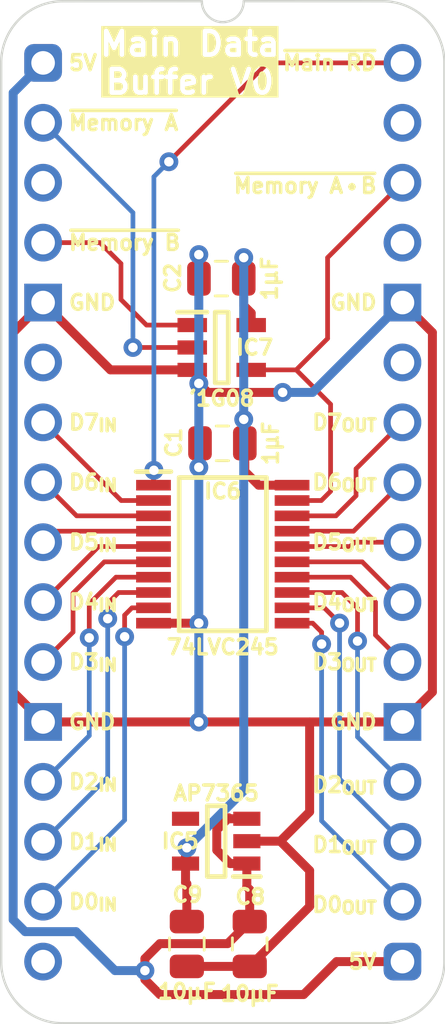
<source format=kicad_pcb>
(kicad_pcb (version 20241229) (generator "pcbnew") (generator_version "9.0")
  (title_block (title "Main Memory Data") (date "2024-02-15") (rev "V0"))
  (layers (0 "F.Cu" signal) (2 "B.Cu" signal) (13 "F.Paste" user) (15 "B.Paste" user) (5 "F.SilkS" user "F.Silkscreen") (7 "B.SilkS" user "B.Silkscreen") (1 "F.Mask" user) (3 "B.Mask" user) (25 "Edge.Cuts" user))
  (net 0 "")
  (net 1 "GND")
  (net 2 "5V")
  (net 3 "/3.3V")
  (net 5 "DS4")
  (net 6 "DM6")
  (net 7 "DS7")
  (net 8 "DS5")
  (net 9 "DM0")
  (net 10 "DS1")
  (net 11 "DS0")
  (net 12 "DM3")
  (net 13 "DM1")
  (net 14 "DM5")
  (net 15 "DM4")
  (net 16 "DS3")
  (net 17 "DM7")
  (net 18 "DM2")
  (net 19 "DS2")
  (net 20 "DS6")
  (net 21 "~{Memory A•B}")
  (net 26 "~{Memory A}")
  (net 27 "~{Memory B}")
  (net 30 "~{Main RD}")
  (footprint "SamacSys_Parts:C_0805" (layer "F.Cu") (at 7.62 16.129 90)
    (property "Reference" "C1" (at 0.027 -2.075 90) (layer "F.SilkS") (effects (font (size 0.635 0.635))))
    (property "Value" "1μF" (at 0 2.032 90) (layer "F.SilkS") (effects (font (size 0.635 0.635))))
    (fp_line (start 0.735 0.245252) (end 0.735 -0.277252) (stroke (width 0.12)) (layer "F.SilkS"))
    (fp_line (start -0.735 0.245252) (end -0.735 -0.277252) (stroke (width 0.12)) (layer "F.SilkS"))
    (pad "1" smd roundrect (at 0 0.934 180) (size 1 1.45) (layers "F.Cu" "F.Mask" "F.Paste") (net 3 "/3.3V"))
    (pad "2" smd roundrect (at 0 -0.966 180) (size 1 1.45) (layers "F.Cu" "F.Mask" "F.Paste") (net 1 "GND"))
  )
  (footprint "SamacSys_Parts:C_0805" (layer "F.Cu") (at 8.763 37.338 180)
    (property "Reference" "C8" (at -0.027 1.985 180) (layer "F.SilkS") (effects (font (size 0.635 0.635))))
    (property "Value" "10µF" (at 0 -2.122 180) (layer "F.SilkS") (effects (font (size 0.635 0.635))))
    (fp_line (start 0.735 0.245252) (end 0.735 -0.277252) (stroke (width 0.12)) (layer "F.SilkS"))
    (fp_line (start -0.735 0.245252) (end -0.735 -0.277252) (stroke (width 0.12)) (layer "F.SilkS"))
    (pad "1" smd roundrect (at 0 0.934 270) (size 1 1.45) (layers "F.Cu" "F.Mask" "F.Paste") (net 2 "5V"))
    (pad "2" smd roundrect (at 0 -0.966 270) (size 1 1.45) (layers "F.Cu" "F.Mask" "F.Paste") (net 1 "GND"))
  )
  (footprint "SamacSys_Parts:DIP-32_Board_W15.24mm" (layer "F.Cu") (at 0 0)
    (property "Reference" "J5" (hide yes))
    (property "Value" "Board 2x16 W15.24mm" (hide yes))
    (fp_line (start -1.778 38.1) (end -1.778 0) (stroke (width 0.1)) (layer "Edge.Cuts"))
    (fp_line (start 6.731 -2.6162) (end 0.835732 -2.613732) (stroke (width 0.1)) (layer "Edge.Cuts"))
    (fp_line (start 14.404267 -2.613733) (end 8.509 -2.6162) (stroke (width 0.1)) (layer "Edge.Cuts"))
    (fp_line (start 14.404268 40.713732) (end 0.835733 40.713733) (stroke (width 0.1)) (layer "Edge.Cuts"))
    (fp_line (start 17.018 38.1) (end 17.017999 -0.000001) (stroke (width 0.1)) (layer "Edge.Cuts"))
    (fp_arc (start -1.778 0) (mid -1.012456 -1.848188) (end 0.835732 -2.613732) (stroke (width 0.1)) (layer "Edge.Cuts"))
    (fp_arc (start 0.835733 40.713733) (mid -1.012456 39.948189) (end -1.778 38.1) (stroke (width 0.1)) (layer "Edge.Cuts"))
    (fp_arc (start 8.509 -2.6162) (mid 7.62 -1.7272) (end 6.731 -2.6162) (stroke (width 0.1)) (layer "Edge.Cuts"))
    (fp_arc (start 14.404267 -2.613733) (mid 16.252455 -1.848189) (end 17.017999 -0.000001) (stroke (width 0.1)) (layer "Edge.Cuts"))
    (fp_arc (start 17.018 38.1) (mid 16.252455 39.948187) (end 14.404268 40.713732) (stroke (width 0.1)) (layer "Edge.Cuts"))
    (pad "1" thru_hole roundrect (at 0 0) (size 1.6 1.6) (drill 1) (layers "*.Cu" "*.Mask") (net 2 "5V"))
    (pad "2" thru_hole oval (at 0 2.54) (size 1.6 1.6) (drill 1) (layers "*.Cu" "*.Mask") (net 26 "~{Memory A}"))
    (pad "3" thru_hole oval (at 0 5.08) (size 1.6 1.6) (drill 1) (layers "*.Cu" "*.Mask"))
    (pad "4" thru_hole oval (at 0 7.62) (size 1.6 1.6) (drill 1) (layers "*.Cu" "*.Mask") (net 27 "~{Memory B}"))
    (pad "5" thru_hole rect (at 0 10.16) (size 1.6 1.6) (drill 1) (layers "*.Cu" "*.Mask") (net 1 "GND"))
    (pad "6" thru_hole oval (at 0 12.7) (size 1.6 1.6) (drill 1) (layers "*.Cu" "*.Mask"))
    (pad "7" thru_hole oval (at 0 15.24) (size 1.6 1.6) (drill 1) (layers "*.Cu" "*.Mask") (net 17 "DM7"))
    (pad "8" thru_hole oval (at 0 17.78) (size 1.6 1.6) (drill 1) (layers "*.Cu" "*.Mask") (net 6 "DM6"))
    (pad "9" thru_hole oval (at 0 20.32) (size 1.6 1.6) (drill 1) (layers "*.Cu" "*.Mask") (net 14 "DM5"))
    (pad "10" thru_hole oval (at 0 22.86) (size 1.6 1.6) (drill 1) (layers "*.Cu" "*.Mask") (net 15 "DM4"))
    (pad "11" thru_hole oval (at 0 25.4) (size 1.6 1.6) (drill 1) (layers "*.Cu" "*.Mask") (net 12 "DM3"))
    (pad "12" thru_hole rect (at 0 27.94) (size 1.6 1.6) (drill 1) (layers "*.Cu" "*.Mask") (net 1 "GND"))
    (pad "13" thru_hole oval (at 0 30.48) (size 1.6 1.6) (drill 1) (layers "*.Cu" "*.Mask") (net 18 "DM2"))
    (pad "14" thru_hole oval (at 0 33.02) (size 1.6 1.6) (drill 1) (layers "*.Cu" "*.Mask") (net 13 "DM1"))
    (pad "15" thru_hole oval (at 0 35.56) (size 1.6 1.6) (drill 1) (layers "*.Cu" "*.Mask") (net 9 "DM0"))
    (pad "16" thru_hole oval (at 0 38.1) (size 1.6 1.6) (drill 1) (layers "*.Cu" "*.Mask"))
    (pad "17" thru_hole roundrect (at 15.24 38.1) (size 1.6 1.6) (drill 1) (layers "*.Cu" "*.Mask") (net 2 "5V"))
    (pad "18" thru_hole oval (at 15.24 35.56 180) (size 1.6 1.6) (drill 1) (layers "*.Cu" "*.Mask") (net 11 "DS0"))
    (pad "19" thru_hole oval (at 15.24 33.02 180) (size 1.6 1.6) (drill 1) (layers "*.Cu" "*.Mask") (net 10 "DS1"))
    (pad "20" thru_hole oval (at 15.24 30.48 180) (size 1.6 1.6) (drill 1) (layers "*.Cu" "*.Mask") (net 19 "DS2"))
    (pad "21" thru_hole rect (at 15.24 27.94) (size 1.6 1.6) (drill 1) (layers "*.Cu" "*.Mask") (net 1 "GND"))
    (pad "22" thru_hole oval (at 15.24 25.4) (size 1.6 1.6) (drill 1) (layers "*.Cu" "*.Mask") (net 16 "DS3"))
    (pad "23" thru_hole oval (at 15.24 22.86) (size 1.6 1.6) (drill 1) (layers "*.Cu" "*.Mask") (net 5 "DS4"))
    (pad "24" thru_hole oval (at 15.24 20.32) (size 1.6 1.6) (drill 1) (layers "*.Cu" "*.Mask") (net 8 "DS5"))
    (pad "25" thru_hole oval (at 15.24 17.78) (size 1.6 1.6) (drill 1) (layers "*.Cu" "*.Mask") (net 20 "DS6"))
    (pad "26" thru_hole oval (at 15.24 15.24) (size 1.6 1.6) (drill 1) (layers "*.Cu" "*.Mask") (net 7 "DS7"))
    (pad "27" thru_hole oval (at 15.24 12.7) (size 1.6 1.6) (drill 1) (layers "*.Cu" "*.Mask"))
    (pad "28" thru_hole rect (at 15.24 10.16) (size 1.6 1.6) (drill 1) (layers "*.Cu" "*.Mask") (net 1 "GND"))
    (pad "29" thru_hole oval (at 15.24 7.62) (size 1.6 1.6) (drill 1) (layers "*.Cu" "*.Mask"))
    (pad "30" thru_hole oval (at 15.24 5.08) (size 1.6 1.6) (drill 1) (layers "*.Cu" "*.Mask") (net 21 "~{Memory A•B}"))
    (pad "31" thru_hole oval (at 15.24 2.54) (size 1.6 1.6) (drill 1) (layers "*.Cu" "*.Mask"))
    (pad "32" thru_hole oval (at 15.24 0) (size 1.6 1.6) (drill 1) (layers "*.Cu" "*.Mask") (net 30 "~{Main RD}"))
  )
  (footprint "SamacSys_Parts:SOP65P640X120-20N" (layer "F.Cu") (at 7.62 20.828)
    (property "Reference" "IC6" (at 0 -2.667 0) (layer "F.SilkS") (effects (font (size 0.635 0.635))))
    (property "Value" "74LVC245AT20" (hide yes))
    (property "Silkscreen" "74LVC245" (at 0 3.937 0) (layer "F.SilkS") (effects (font (size 0.635 0.635))))
    (fp_line (start -3.675 -3.5) (end -2.2 -3.5) (stroke (width 0.2)) (layer "F.SilkS"))
    (fp_line (start -1.85 -3.25) (end 1.85 -3.25) (stroke (width 0.2)) (layer "F.SilkS"))
    (fp_line (start -1.85 3.25) (end -1.85 -3.25) (stroke (width 0.2)) (layer "F.SilkS"))
    (fp_line (start 1.85 -3.25) (end 1.85 3.25) (stroke (width 0.2)) (layer "F.SilkS"))
    (fp_line (start 1.85 3.25) (end -1.85 3.25) (stroke (width 0.2)) (layer "F.SilkS"))
    (pad "1" smd rect (at -2.938 -2.925 90) (size 0.45 1.475) (layers "F.Cu" "F.Mask" "F.Paste") (net 30 "~{Main RD}"))
    (pad "2" smd rect (at -2.938 -2.275 90) (size 0.45 1.475) (layers "F.Cu" "F.Mask" "F.Paste") (net 17 "DM7"))
    (pad "3" smd rect (at -2.938 -1.625 90) (size 0.45 1.475) (layers "F.Cu" "F.Mask" "F.Paste") (net 6 "DM6"))
    (pad "4" smd rect (at -2.938 -0.975 90) (size 0.45 1.475) (layers "F.Cu" "F.Mask" "F.Paste") (net 14 "DM5"))
    (pad "5" smd rect (at -2.938 -0.325 90) (size 0.45 1.475) (layers "F.Cu" "F.Mask" "F.Paste") (net 15 "DM4"))
    (pad "6" smd rect (at -2.938 0.325 90) (size 0.45 1.475) (layers "F.Cu" "F.Mask" "F.Paste") (net 12 "DM3"))
    (pad "7" smd rect (at -2.938 0.975 90) (size 0.45 1.475) (layers "F.Cu" "F.Mask" "F.Paste") (net 18 "DM2"))
    (pad "8" smd rect (at -2.938 1.625 90) (size 0.45 1.475) (layers "F.Cu" "F.Mask" "F.Paste") (net 13 "DM1"))
    (pad "9" smd rect (at -2.938 2.275 90) (size 0.45 1.475) (layers "F.Cu" "F.Mask" "F.Paste") (net 9 "DM0"))
    (pad "10" smd rect (at -2.938 2.925 90) (size 0.45 1.475) (layers "F.Cu" "F.Mask" "F.Paste") (net 1 "GND"))
    (pad "11" smd rect (at 2.938 2.925 90) (size 0.45 1.475) (layers "F.Cu" "F.Mask" "F.Paste") (net 11 "DS0"))
    (pad "12" smd rect (at 2.938 2.275 90) (size 0.45 1.475) (layers "F.Cu" "F.Mask" "F.Paste") (net 10 "DS1"))
    (pad "13" smd rect (at 2.938 1.625 90) (size 0.45 1.475) (layers "F.Cu" "F.Mask" "F.Paste") (net 19 "DS2"))
    (pad "14" smd rect (at 2.938 0.975 90) (size 0.45 1.475) (layers "F.Cu" "F.Mask" "F.Paste") (net 16 "DS3"))
    (pad "15" smd rect (at 2.938 0.325 90) (size 0.45 1.475) (layers "F.Cu" "F.Mask" "F.Paste") (net 5 "DS4"))
    (pad "16" smd rect (at 2.938 -0.325 90) (size 0.45 1.475) (layers "F.Cu" "F.Mask" "F.Paste") (net 8 "DS5"))
    (pad "17" smd rect (at 2.938 -0.975 90) (size 0.45 1.475) (layers "F.Cu" "F.Mask" "F.Paste") (net 20 "DS6"))
    (pad "18" smd rect (at 2.938 -1.625 90) (size 0.45 1.475) (layers "F.Cu" "F.Mask" "F.Paste") (net 7 "DS7"))
    (pad "19" smd rect (at 2.938 -2.275 90) (size 0.45 1.475) (layers "F.Cu" "F.Mask" "F.Paste") (net 21 "~{Memory A•B}"))
    (pad "20" smd rect (at 2.938 -2.925 90) (size 0.45 1.475) (layers "F.Cu" "F.Mask" "F.Paste") (net 3 "/3.3V"))
  )
  (footprint "SamacSys_Parts:C_0805" (layer "F.Cu") (at 6.096 37.338 180)
    (property "Reference" "C9" (at -0.027 2.075 180) (layer "F.SilkS") (effects (font (size 0.635 0.635))))
    (property "Value" "10µF" (at 0 -2.032 0) (layer "F.SilkS") (effects (font (size 0.635 0.635))))
    (fp_line (start 0.735 0.245252) (end 0.735 -0.277252) (stroke (width 0.12)) (layer "F.SilkS"))
    (fp_line (start -0.735 0.245252) (end -0.735 -0.277252) (stroke (width 0.12)) (layer "F.SilkS"))
    (pad "1" smd roundrect (at 0 0.934 270) (size 1 1.45) (layers "F.Cu" "F.Mask" "F.Paste") (net 3 "/3.3V"))
    (pad "2" smd roundrect (at 0 -0.966 270) (size 1 1.45) (layers "F.Cu" "F.Mask" "F.Paste") (net 1 "GND"))
  )
  (footprint "SamacSys_Parts:SOT95P285X130-5N" (layer "F.Cu") (at 7.3406 32.9946 180)
    (property "Reference" "IC5" (at 1.524 0 180) (layer "F.SilkS") (effects (font (size 0.635 0.635))))
    (property "Value" "AP7365-33WG-7" (hide yes))
    (fp_line (start 0.375 1.5) (end -0.375 1.5) (stroke (width 0.2)) (layer "F.SilkS"))
    (fp_line (start 0.375 -1.5) (end 0.375 1.5) (stroke (width 0.2)) (layer "F.SilkS"))
    (fp_line (start -0.375 1.5) (end -0.375 -1.5) (stroke (width 0.2)) (layer "F.SilkS"))
    (fp_line (start -0.375 -1.5) (end 0.375 -1.5) (stroke (width 0.2)) (layer "F.SilkS"))
    (fp_line (start -1.875 -1.5) (end -0.725 -1.5) (stroke (width 0.2)) (layer "F.SilkS"))
    (fp_text user "${Silkscreen}" (at 0 2.032 180) (layer "F.SilkS") (effects (font (size 0.635 0.635))))
    (pad "1" smd rect (at -1.3 -0.95 270) (size 0.6 1.15) (layers "F.Cu" "F.Mask" "F.Paste") (net 2 "5V"))
    (pad "2" smd rect (at -1.3 0 270) (size 0.6 1.15) (layers "F.Cu" "F.Mask" "F.Paste") (net 1 "GND"))
    (pad "3" smd rect (at -1.3 0.95 270) (size 0.6 1.15) (layers "F.Cu" "F.Mask" "F.Paste") (net 2 "5V"))
    (pad "4" smd rect (at 1.3 0.95 270) (size 0.6 1.15) (layers "F.Cu" "F.Mask" "F.Paste"))
    (pad "5" smd rect (at 1.3 -0.95 270) (size 0.6 1.15) (layers "F.Cu" "F.Mask" "F.Paste") (net 3 "/3.3V"))
  )
  (footprint "SamacSys_Parts:SOT95P275X110-5N" (layer "F.Cu") (at 7.575 12.065)
    (property "Reference" "IC7" (at 1.397 0 0) (layer "F.SilkS") (effects (font (size 0.635 0.635))))
    (property "Value" "74LVC1G08GV,125" (hide yes))
    (property "Silkscreen" "'1G08" (at 0 2.159 0) (layer "F.SilkS") (effects (font (size 0.635 0.635))))
    (fp_line (start -1.875 -1.5) (end -0.625 -1.5) (stroke (width 0.2)) (layer "F.SilkS"))
    (fp_line (start -0.275 -1.5) (end 0.275 -1.5) (stroke (width 0.2)) (layer "F.SilkS"))
    (fp_line (start -0.275 1.5) (end -0.275 -1.5) (stroke (width 0.2)) (layer "F.SilkS"))
    (fp_line (start 0.275 -1.5) (end 0.275 1.5) (stroke (width 0.2)) (layer "F.SilkS"))
    (fp_line (start 0.275 1.5) (end -0.275 1.5) (stroke (width 0.2)) (layer "F.SilkS"))
    (pad "1" smd rect (at -1.25 -0.95 90) (size 0.6 1.25) (layers "F.Cu" "F.Mask" "F.Paste") (net 27 "~{Memory B}"))
    (pad "2" smd rect (at -1.25 0 90) (size 0.6 1.25) (layers "F.Cu" "F.Mask" "F.Paste") (net 26 "~{Memory A}"))
    (pad "3" smd rect (at -1.25 0.95 90) (size 0.6 1.25) (layers "F.Cu" "F.Mask" "F.Paste") (net 1 "GND"))
    (pad "4" smd rect (at 1.25 0.95 90) (size 0.6 1.25) (layers "F.Cu" "F.Mask" "F.Paste") (net 21 "~{Memory A•B}"))
    (pad "5" smd rect (at 1.25 -0.95 90) (size 0.6 1.25) (layers "F.Cu" "F.Mask" "F.Paste") (net 3 "/3.3V"))
  )
  (footprint "SamacSys_Parts:C_0805" (layer "F.Cu") (at 7.575 9.144 90)
    (property "Reference" "C2" (at 0.027 -2.075 90) (layer "F.SilkS") (effects (font (size 0.635 0.635))))
    (property "Value" "1μF" (at 0 2.032 90) (layer "F.SilkS") (effects (font (size 0.635 0.635))))
    (fp_line (start 0.735 0.245252) (end 0.735 -0.277252) (stroke (width 0.12)) (layer "F.SilkS"))
    (fp_line (start -0.735 0.245252) (end -0.735 -0.277252) (stroke (width 0.12)) (layer "F.SilkS"))
    (pad "1" smd roundrect (at 0 0.934 180) (size 1 1.45) (layers "F.Cu" "F.Mask" "F.Paste") (net 3 "/3.3V"))
    (pad "2" smd roundrect (at 0 -0.966 180) (size 1 1.45) (layers "F.Cu" "F.Mask" "F.Paste") (net 1 "GND"))
  )
  (gr_text "D3_{IN}" (at 1.016 25.4 0) (layer "F.SilkS") (effects (font (size 0.635 0.635)) (justify left)))
  (gr_text "GND" (at 14.224 27.94 0) (layer "F.SilkS") (effects (font (size 0.635 0.635)) (justify right)))
  (gr_text "D6_{IN}" (at 1.016 17.78 0) (layer "F.SilkS") (effects (font (size 0.635 0.635)) (justify left)))
  (gr_text "~{Memory B}" (at 1.016 7.62 0) (layer "F.SilkS") (effects (font (size 0.635 0.635)) (justify left)))
  (gr_text "D1_{OUT}" (at 14.224 33.147 0) (layer "F.SilkS") (effects (font (size 0.635 0.635)) (justify right)))
  (gr_text "D2_{IN}" (at 1.016 30.48 0) (layer "F.SilkS") (effects (font (size 0.635 0.635)) (justify left)))
  (gr_text "5V" (at 14.224 38.1 0) (layer "F.SilkS") (effects (font (size 0.635 0.635)) (justify right)))
  (gr_text "D3_{OUT}" (at 14.224 25.4 0) (layer "F.SilkS") (effects (font (size 0.635 0.635)) (justify right)))
  (gr_text "~{Memory A•B}" (at 14.224 5.207 0) (layer "F.SilkS") (effects (font (size 0.635 0.635)) (justify right)))
  (gr_text "GND" (at 1.016 27.94 0) (layer "F.SilkS") (effects (font (size 0.635 0.635)) (justify left)))
  (gr_text "D7_{IN}" (at 1.016 15.24 0) (layer "F.SilkS") (effects (font (size 0.635 0.635)) (justify left)))
  (gr_text "D4_{OUT}" (at 14.224 22.86 0) (layer "F.SilkS") (effects (font (size 0.635 0.635)) (justify right)))
  (gr_text "GND" (at 14.224 10.16 0) (layer "F.SilkS") (effects (font (size 0.635 0.635)) (justify right)))
  (gr_text "D1_{IN}" (at 1.016 33.02 0) (layer "F.SilkS") (effects (font (size 0.635 0.635)) (justify left)))
  (gr_text "D5_{IN}" (at 1.016 20.32 0) (layer "F.SilkS") (effects (font (size 0.635 0.635)) (justify left)))
  (gr_text "D0_{IN}" (at 1.016 35.56 0) (layer "F.SilkS") (effects (font (size 0.635 0.635)) (justify left)))
  (gr_text "GND" (at 1.016 10.16 0) (layer "F.SilkS") (effects (font (size 0.635 0.635)) (justify left)))
  (gr_text "D4_{IN}" (at 1.016 22.86 0) (layer "F.SilkS") (effects (font (size 0.635 0.635)) (justify left)))
  (gr_text "D7_{OUT}" (at 14.224 15.24 0) (layer "F.SilkS") (effects (font (size 0.635 0.635)) (justify right)))
  (gr_text "5V" (at 1.016 0 0) (layer "F.SilkS") (effects (font (size 0.635 0.635)) (justify left)))
  (gr_text "D5_{OUT}" (at 14.224 20.32 0) (layer "F.SilkS") (effects (font (size 0.635 0.635)) (justify right)))
  (gr_text "Main Data\nBuffer V0" (at 6.223 0 0) (layer "F.SilkS" knockout) (effects (font (size 1 1) (thickness 0.2) (bold yes))))
  (gr_text "~{Main RD}" (at 14.224 0 0) (layer "F.SilkS") (effects (font (size 0.635 0.635)) (justify right)))
  (gr_text "~{Memory A}" (at 1.016 2.54 0) (layer "F.SilkS") (effects (font (size 0.635 0.635)) (justify left)))
  (gr_text "D6_{OUT}" (at 14.224 17.78 0) (layer "F.SilkS") (effects (font (size 0.635 0.635)) (justify right)))
  (gr_text "D2_{OUT}" (at 14.224 30.607 0) (layer "F.SilkS") (effects (font (size 0.635 0.635)) (justify right)))
  (gr_text "D0_{OUT}" (at 14.224 35.687 0) (layer "F.SilkS") (effects (font (size 0.635 0.635)) (justify right)))
  (segment (start 8.763 38.304) (end 6.096 38.304) (width 0.38) (layer "F.Cu") (net 1))
  (segment (start 6.604 13.589) (end 6.985 13.97) (width 0.38) (layer "F.Cu") (net 1))
  (segment (start 6.604 13.589) (end 6.604 13.294) (width 0.38) (layer "F.Cu") (net 1))
  (segment (start -1.27 11.43) (end -1.27 26.67) (width 0.38) (layer "F.Cu") (net 1))
  (segment (start 11.303 31.75) (end 11.303 27.94) (width 0.38) (layer "F.Cu") (net 1))
  (segment (start 6.604 8.128) (end 6.604 9.139) (width 0.38) (layer "F.Cu") (net 1))
  (segment (start 8.636 13.97) (end 10.16 13.97) (width 0.38) (layer "F.Cu") (net 1))
  (segment (start 6.604 16.179) (end 6.654 16.129) (width 0.38) (layer "F.Cu") (net 1))
  (segment (start 10.0584 32.9946) (end 11.303 31.75) (width 0.38) (layer "F.Cu") (net 1))
  (segment (start 16.51 11.43) (end 16.51 26.67) (width 0.38) (layer "F.Cu") (net 1))
  (segment (start 0 10.16) (end -1.27 11.43) (width 0.38) (layer "F.Cu") (net 1))
  (segment (start 11.303 27.94) (end 15.24 27.94) (width 0.38) (layer "F.Cu") (net 1))
  (segment (start 11.303 34.2392) (end 10.0584 32.9946) (width 0.38) (layer "F.Cu") (net 1))
  (segment (start 11.303 35.764) (end 11.303 34.2392) (width 0.38) (layer "F.Cu") (net 1))
  (segment (start 6.604 17.145) (end 6.604 16.179) (width 0.38) (layer "F.Cu") (net 1))
  (segment (start 8.6406 32.9946) (end 10.0584 32.9946) (width 0.38) (layer "F.Cu") (net 1))
  (segment (start 6.6 23.753) (end 6.604 23.749) (width 0.38) (layer "F.Cu") (net 1))
  (segment (start 15.24 10.16) (end 16.51 11.43) (width 0.38) (layer "F.Cu") (net 1))
  (segment (start 6.985 13.97) (end 8.636 13.97) (width 0.38) (layer "F.Cu") (net 1))
  (segment (start 4.682 23.753) (end 6.6 23.753) (width 0.38) (layer "F.Cu") (net 1))
  (segment (start 8.763 38.304) (end 11.303 35.764) (width 0.38) (layer "F.Cu") (net 1))
  (segment (start 6.604 13.294) (end 6.325 13.015) (width 0.38) (layer "F.Cu") (net 1))
  (segment (start 0 10.16) (end 2.855 13.015) (width 0.38) (layer "F.Cu") (net 1))
  (segment (start 6.604 9.139) (end 6.609 9.144) (width 0.38) (layer "F.Cu") (net 1))
  (segment (start 2.855 13.015) (end 6.325 13.015) (width 0.38) (layer "F.Cu") (net 1))
  (segment (start 6.604 27.94) (end 11.303 27.94) (width 0.38) (layer "F.Cu") (net 1))
  (segment (start 16.51 26.67) (end 15.24 27.94) (width 0.38) (layer "F.Cu") (net 1))
  (segment (start 6.604 27.94) (end 0 27.94) (width 0.38) (layer "F.Cu") (net 1))
  (segment (start -1.27 26.67) (end 0 27.94) (width 0.38) (layer "F.Cu") (net 1))
  (via (at 6.604 13.589) (size 0.8) (drill 0.4) (layers "F.Cu" "B.Cu") (net 1))
  (via (at 6.604 8.128) (size 0.8) (drill 0.4) (layers "F.Cu" "B.Cu") (net 1))
  (via (at 6.604 27.94) (size 0.8) (drill 0.4) (layers "F.Cu" "B.Cu") (net 1))
  (via (at 6.604 17.145) (size 0.8) (drill 0.4) (layers "F.Cu" "B.Cu") (net 1))
  (via (at 10.16 13.97) (size 0.8) (drill 0.4) (layers "F.Cu" "B.Cu") (net 1))
  (via (at 6.604 23.749) (size 0.8) (drill 0.4) (layers "F.Cu" "B.Cu") (net 1))
  (segment (start 6.604 17.145) (end 6.604 13.589) (width 0.38) (layer "B.Cu") (net 1))
  (segment (start 6.604 23.749) (end 6.604 17.145) (width 0.38) (layer "B.Cu") (net 1))
  (segment (start 6.604 23.749) (end 6.604 27.94) (width 0.38) (layer "B.Cu") (net 1))
  (segment (start 11.43 13.97) (end 15.24 10.16) (width 0.38) (layer "B.Cu") (net 1))
  (segment (start 10.16 13.97) (end 11.43 13.97) (width 0.38) (layer "B.Cu") (net 1))
  (segment (start 6.604 13.589) (end 6.604 8.128) (width 0.38) (layer "B.Cu") (net 1))
  (segment (start 4.318 37.973) (end 4.318 38.481) (width 0.38) (layer "F.Cu") (net 2))
  (segment (start 8.6406 34.9204) (end 8.636 34.925) (width 0.38) (layer "F.Cu") (net 2))
  (segment (start 7.9336 33.9446) (end 7.366 33.377) (width 0.38) (layer "F.Cu") (net 2))
  (segment (start 4.318 38.481) (end 4.318 38.862) (width 0.38) (layer "F.Cu") (net 2))
  (segment (start 8.763 36.404) (end 7.829 37.338) (width 0.38) (layer "F.Cu") (net 2))
  (segment (start 8.636 34.925) (end 8.763 35.052) (width 0.38) (layer "F.Cu") (net 2))
  (segment (start 8.6406 33.9446) (end 7.9336 33.9446) (width 0.38) (layer "F.Cu") (net 2))
  (segment (start 7.9146 32.0446) (end 8.6406 32.0446) (width 0.38) (layer "F.Cu") (net 2))
  (segment (start 7.874 32.004) (end 7.9146 32.0446) (width 0.38) (layer "F.Cu") (net 2))
  (segment (start 11.049 39.497) (end 12.446 38.1) (width 0.38) (layer "F.Cu") (net 2))
  (segment (start 4.953 37.338) (end 4.318 37.973) (width 0.38) (layer "F.Cu") (net 2))
  (segment (start 7.366 32.512) (end 7.874 32.004) (width 0.38) (layer "F.Cu") (net 2))
  (segment (start 7.829 37.338) (end 4.953 37.338) (width 0.38) (layer "F.Cu") (net 2))
  (segment (start 8.6406 33.9446) (end 8.6406 34.9204) (width 0.38) (layer "F.Cu") (net 2))
  (segment (start 7.366 33.377) (end 7.366 32.512) (width 0.38) (layer "F.Cu") (net 2))
  (segment (start 12.446 38.1) (end 15.24 38.1) (width 0.38) (layer "F.Cu") (net 2))
  (segment (start 8.763 35.052) (end 8.763 36.404) (width 0.38) (layer "F.Cu") (net 2))
  (segment (start 4.953 39.497) (end 11.049 39.497) (width 0.38) (layer "F.Cu") (net 2))
  (segment (start 4.318 38.862) (end 4.953 39.497) (width 0.38) (layer "F.Cu") (net 2))
  (via (at 4.318 38.481) (size 0.8) (drill 0.4) (layers "F.Cu" "B.Cu") (net 2))
  (segment (start -1.27 36.322) (end -1.27 1.27) (width 0.38) (layer "B.Cu") (net 2))
  (segment (start 4.318 38.481) (end 3.048 38.481) (width 0.38) (layer "B.Cu") (net 2))
  (segment (start -1.27 1.27) (end 0 0) (width 0.38) (layer "B.Cu") (net 2))
  (segment (start -0.762 36.83) (end -1.27 36.322) (width 0.38) (layer "B.Cu") (net 2))
  (segment (start 1.397 36.83) (end -0.762 36.83) (width 0.38) (layer "B.Cu") (net 2))
  (segment (start 3.048 38.481) (end 1.397 36.83) (width 0.38) (layer "B.Cu") (net 2))
  (segment (start 6.0406 33.3294) (end 6.096 33.274) (width 0.38) (layer "F.Cu") (net 3))
  (segment (start 8.509 10.287) (end 8.825 10.603) (width 0.38) (layer "F.Cu") (net 3))
  (segment (start 8.509 8.255) (end 8.509 9.144) (width 0.38) (layer "F.Cu") (net 3))
  (segment (start 6.0406 34.7426) (end 6.0406 33.9446) (width 0.38) (layer "F.Cu") (net 3))
  (segment (start 6.096 34.798) (end 6.0406 34.7426) (width 0.38) (layer "F.Cu") (net 3))
  (segment (start 8.509 9.144) (end 8.509 10.287) (width 0.38) (layer "F.Cu") (net 3))
  (segment (start 8.509 16.084) (end 8.554 16.129) (width 0.38) (layer "F.Cu") (net 3))
  (segment (start 6.0406 33.9446) (end 6.0406 33.3294) (width 0.38) (layer "F.Cu") (net 3))
  (segment (start 8.554 16.129) (end 8.554 17.317) (width 0.38) (layer "F.Cu") (net 3))
  (segment (start 8.509 15.113) (end 8.509 16.084) (width 0.38) (layer "F.Cu") (net 3))
  (segment (start 8.825 10.603) (end 8.825 11.115) (width 0.38) (layer "F.Cu") (net 3))
  (segment (start 9.14 17.903) (end 10.558 17.903) (width 0.38) (layer "F.Cu") (net 3))
  (segment (start 6.096 36.404) (end 6.096 34.798) (width 0.38) (layer "F.Cu") (net 3))
  (segment (start 8.554 17.317) (end 9.14 17.903) (width 0.38) (layer "F.Cu") (net 3))
  (via (at 8.509 15.113) (size 0.8) (drill 0.4) (layers "F.Cu" "B.Cu") (net 3))
  (via (at 8.509 8.255) (size 0.8) (drill 0.4) (layers "F.Cu" "B.Cu") (net 3))
  (via (at 6.096 33.274) (size 0.8) (drill 0.4) (layers "F.Cu" "B.Cu") (net 3))
  (segment (start 6.096 33.274) (end 8.509 30.861) (width 0.38) (layer "B.Cu") (net 3))
  (segment (start 8.509 15.113) (end 8.509 8.255) (width 0.38) (layer "B.Cu") (net 3))
  (segment (start 8.509 30.861) (end 8.509 15.113) (width 0.38) (layer "B.Cu") (net 3))
  (segment (start 10.558 21.153) (end 13.533 21.153) (width 0.2) (layer "F.Cu") (net 5))
  (segment (start 13.533 21.153) (end 15.24 22.86) (width 0.2) (layer "F.Cu") (net 5))
  (segment (start 1.423 19.203) (end 4.682 19.203) (width 0.2) (layer "F.Cu") (net 6))
  (segment (start 0 17.78) (end 1.423 19.203) (width 0.2) (layer "F.Cu") (net 6))
  (segment (start 12.42 19.203) (end 13.2715 18.3515) (width 0.2) (layer "F.Cu") (net 7))
  (segment (start 10.558 19.203) (end 12.42 19.203) (width 0.2) (layer "F.Cu") (net 7))
  (segment (start 13.2715 17.2085) (end 15.24 15.24) (width 0.2) (layer "F.Cu") (net 7))
  (segment (start 13.2715 18.3515) (end 13.2715 17.2085) (width 0.2) (layer "F.Cu") (net 7))
  (segment (start 13.208 20.32) (end 15.24 20.32) (width 0.2) (layer "F.Cu") (net 8))
  (segment (start 10.558 20.503) (end 13.025 20.503) (width 0.2) (layer "F.Cu") (net 8))
  (segment (start 13.025 20.503) (end 13.208 20.32) (width 0.2) (layer "F.Cu") (net 8))
  (segment (start 3.45715 23.41335) (end 3.45715 24.327989) (width 0.2) (layer "F.Cu") (net 9))
  (segment (start 3.7675 23.103) (end 3.45715 23.41335) (width 0.2) (layer "F.Cu") (net 9))
  (segment (start 4.682 23.103) (end 3.7675 23.103) (width 0.2) (layer "F.Cu") (net 9))
  (via (at 3.45715 24.327989) (size 0.8) (drill 0.4) (layers "F.Cu" "B.Cu") (net 9))
  (segment (start 3.45715 32.10285) (end 0 35.56) (width 0.2) (layer "B.Cu") (net 9))
  (segment (start 3.45715 24.327989) (end 3.45715 32.10285) (width 0.2) (layer "B.Cu") (net 9))
  (segment (start 10.558 23.103) (end 11.927 23.103) (width 0.2) (layer "F.Cu") (net 10))
  (segment (start 11.927 23.103) (end 12.573 23.749) (width 0.2) (layer "F.Cu") (net 10))
  (via (at 12.573 23.749) (size 0.8) (drill 0.4) (layers "F.Cu" "B.Cu") (net 10))
  (segment (start 15.24 33.02) (end 12.573 30.353) (width 0.2) (layer "B.Cu") (net 10))
  (segment (start 12.573 30.353) (end 12.573 23.749) (width 0.2) (layer "B.Cu") (net 10))
  (segment (start 10.558 23.753) (end 11.434 23.753) (width 0.2) (layer "F.Cu") (net 11))
  (segment (start 11.434 23.753) (end 11.811 24.13) (width 0.2) (layer "F.Cu") (net 11))
  (segment (start 11.811 24.13) (end 11.811 24.638) (width 0.2) (layer "F.Cu") (net 11))
  (via (at 11.811 24.638) (size 0.8) (drill 0.4) (layers "F.Cu" "B.Cu") (net 11))
  (segment (start 11.811 32.131) (end 15.24 35.56) (width 0.2) (layer "B.Cu") (net 11))
  (segment (start 11.811 24.638) (end 11.811 32.131) (width 0.2) (layer "B.Cu") (net 11))
  (segment (start 1.27 22.479) (end 1.27 24.13) (width 0.2) (layer "F.Cu") (net 12))
  (segment (start 4.682 21.153) (end 2.596 21.153) (width 0.2) (layer "F.Cu") (net 12))
  (segment (start 2.596 21.153) (end 1.27 22.479) (width 0.2) (layer "F.Cu") (net 12))
  (segment (start 1.27 24.13) (end 0 25.4) (width 0.2) (layer "F.Cu") (net 12))
  (segment (start 3.201 22.453) (end 2.740294 22.913706) (width 0.2) (layer "F.Cu") (net 13))
  (segment (start 2.740294 22.913706) (end 2.740294 23.560771) (width 0.2) (layer "F.Cu") (net 13))
  (segment (start 4.682 22.453) (end 3.201 22.453) (width 0.2) (layer "F.Cu") (net 13))
  (via (at 2.740294 23.560771) (size 0.8) (drill 0.4) (layers "F.Cu" "B.Cu") (net 13))
  (segment (start 2.740294 30.279706) (end 2.740294 23.560771) (width 0.2) (layer "B.Cu") (net 13))
  (segment (start 0 33.02) (end 2.740294 30.279706) (width 0.2) (layer "B.Cu") (net 13))
  (segment (start 0.467 19.853) (end 0 20.32) (width 0.2) (layer "F.Cu") (net 14))
  (segment (start 4.682 19.853) (end 0.467 19.853) (width 0.2) (layer "F.Cu") (net 14))
  (segment (start 0 22.86) (end 2.357 20.503) (width 0.2) (layer "F.Cu") (net 15))
  (segment (start 2.357 20.503) (end 4.682 20.503) (width 0.2) (layer "F.Cu") (net 15))
  (segment (start 13.04 21.803) (end 14.097 22.86) (width 0.2) (layer "F.Cu") (net 16))
  (segment (start 14.097 24.257) (end 15.24 25.4) (width 0.2) (layer "F.Cu") (net 16))
  (segment (start 10.558 21.803) (end 13.04 21.803) (width 0.2) (layer "F.Cu") (net 16))
  (segment (start 14.097 22.86) (end 14.097 24.257) (width 0.2) (layer "F.Cu") (net 16))
  (segment (start 3.313 18.553) (end 4.682 18.553) (width 0.2) (layer "F.Cu") (net 17))
  (segment (start 0 15.24) (end 3.313 18.553) (width 0.2) (layer "F.Cu") (net 17))
  (segment (start 1.95715 22.93485) (end 1.95715 24.373969) (width 0.2) (layer "F.Cu") (net 18))
  (segment (start 3.089 21.803) (end 1.95715 22.93485) (width 0.2) (layer "F.Cu") (net 18))
  (segment (start 4.682 21.803) (end 3.089 21.803) (width 0.2) (layer "F.Cu") (net 18))
  (via (at 1.95715 24.373969) (size 0.8) (drill 0.4) (layers "F.Cu" "B.Cu") (net 18))
  (segment (start 0 30.48) (end 1.95715 28.52285) (width 0.2) (layer "B.Cu") (net 18))
  (segment (start 1.95715 28.52285) (end 1.95715 24.373969) (width 0.2) (layer "B.Cu") (net 18))
  (segment (start 12.674 22.453) (end 13.335 23.114) (width 0.2) (layer "F.Cu") (net 19))
  (segment (start 13.335 23.114) (end 13.335 24.511) (width 0.2) (layer "F.Cu") (net 19))
  (segment (start 10.558 22.453) (end 12.674 22.453) (width 0.2) (layer "F.Cu") (net 19))
  (via (at 13.335 24.511) (size 0.8) (drill 0.4) (layers "F.Cu" "B.Cu") (net 19))
  (segment (start 15.24 30.48) (end 13.335 28.575) (width 0.2) (layer "B.Cu") (net 19))
  (segment (start 13.335 28.575) (end 13.335 24.511) (width 0.2) (layer "B.Cu") (net 19))
  (segment (start 13.167 19.853) (end 15.24 17.78) (width 0.2) (layer "F.Cu") (net 20))
  (segment (start 10.558 19.853) (end 13.167 19.853) (width 0.2) (layer "F.Cu") (net 20))
  (segment (start 12.065 8.255) (end 12.065 11.684) (width 0.2) (layer "F.Cu") (net 21))
  (segment (start 12.192 18.161) (end 12.192 14.473) (width 0.2) (layer "F.Cu") (net 21))
  (segment (start 11.8 18.553) (end 12.192 18.161) (width 0.2) (layer "F.Cu") (net 21))
  (segment (start 10.558 18.553) (end 11.8 18.553) (width 0.2) (layer "F.Cu") (net 21))
  (segment (start 12.192 14.473) (end 10.734 13.015) (width 0.2) (layer "F.Cu") (net 21))
  (segment (start 10.734 13.015) (end 8.825 13.015) (width 0.2) (layer "F.Cu") (net 21))
  (segment (start 12.065 11.684) (end 10.734 13.015) (width 0.2) (layer "F.Cu") (net 21))
  (segment (start 15.24 5.08) (end 12.065 8.255) (width 0.2) (layer "F.Cu") (net 21))
  (segment (start 3.81 12.065) (end 6.325 12.065) (width 0.2) (layer "F.Cu") (net 26))
  (via (at 3.81 12.065) (size 0.8) (drill 0.4) (layers "F.Cu" "B.Cu") (net 26))
  (segment (start 0 2.54) (end 3.81 6.35) (width 0.2) (layer "B.Cu") (net 26))
  (segment (start 3.81 6.35) (end 3.81 12.065) (width 0.2) (layer "B.Cu") (net 26))
  (segment (start 3.302 8.509) (end 2.413 7.62) (width 0.2) (layer "F.Cu") (net 27))
  (segment (start 3.302 10.033) (end 3.302 8.509) (width 0.2) (layer "F.Cu") (net 27))
  (segment (start 6.325 11.115) (end 4.384 11.115) (width 0.2) (layer "F.Cu") (net 27))
  (segment (start 4.384 11.115) (end 3.302 10.033) (width 0.2) (layer "F.Cu") (net 27))
  (segment (start 2.413 7.62) (end 0 7.62) (width 0.2) (layer "F.Cu") (net 27))
  (segment (start 5.334 4.191) (end 9.525 0) (width 0.2) (layer "F.Cu") (net 30))
  (segment (start 4.682 17.289) (end 4.699 17.272) (width 0.2) (layer "F.Cu") (net 30))
  (segment (start 9.525 0) (end 15.24 0) (width 0.2) (layer "F.Cu") (net 30))
  (segment (start 4.682 17.903) (end 4.682 17.289) (width 0.2) (layer "F.Cu") (net 30))
  (via (at 5.334 4.191) (size 0.8) (drill 0.4) (layers "F.Cu" "B.Cu") (net 30))
  (via (at 4.699 17.272) (size 0.8) (drill 0.4) (layers "F.Cu" "B.Cu") (net 30))
  (segment (start 4.699 4.826) (end 5.334 4.191) (width 0.2) (layer "B.Cu") (net 30))
  (segment (start 4.699 17.272) (end 4.699 4.826) (width 0.2) (layer "B.Cu") (net 30))
)
</source>
